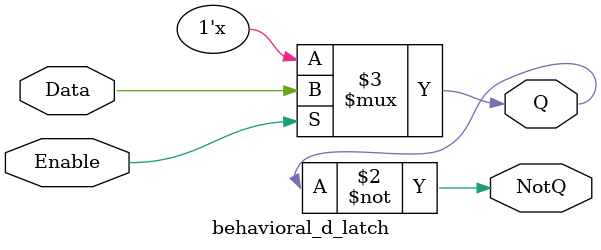
<source format=v>
module behavioral_d_latch(
    input Enable,
    input Data,
    output reg Q,
    output NotQ
);

    always @(Enable, Data) begin
        if (Enable) 
            Q <= Data;

     end 


    assign NotQ = ~Q;

endmodule

</source>
